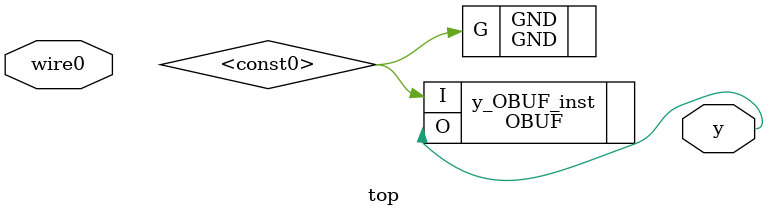
<source format=v>
`timescale 1 ps / 1 ps

(* use_dsp = "no" *) 
(* STRUCTURAL_NETLIST = "yes" *)
module top
   (y,
    wire0);
  output y;
  input wire0;

  wire \<const0> ;
  wire y;

  GND GND
       (.G(\<const0> ));
  OBUF y_OBUF_inst
       (.I(\<const0> ),
        .O(y));
endmodule

</source>
